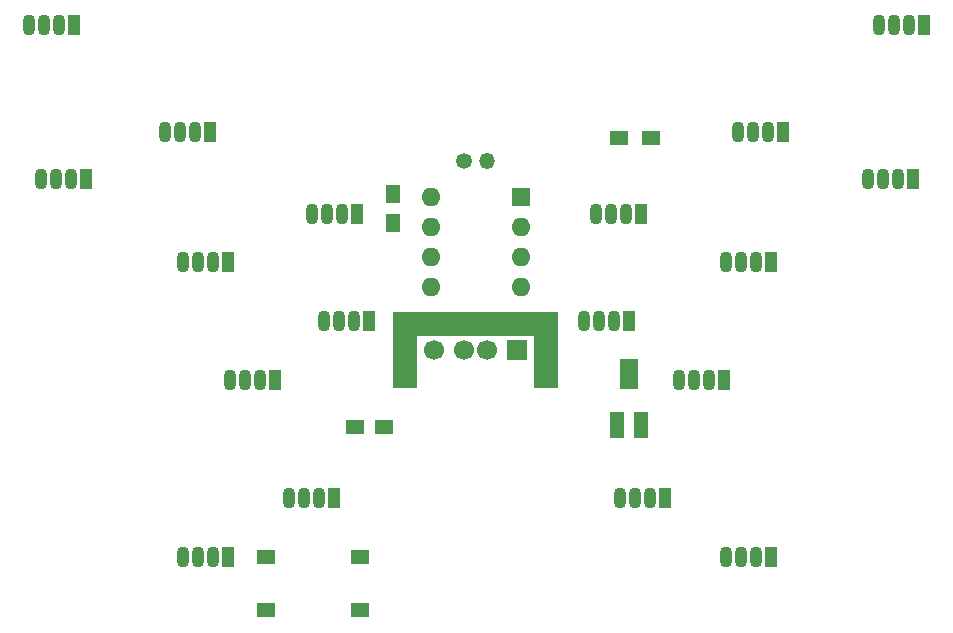
<source format=gts>
G04 #@! TF.FileFunction,Soldermask,Top*
%FSLAX46Y46*%
G04 Gerber Fmt 4.6, Leading zero omitted, Abs format (unit mm)*
G04 Created by KiCad (PCBNEW 4.0.7) date Wednesday, February 21, 2018 'PMt' 12:28:49 PM*
%MOMM*%
%LPD*%
G01*
G04 APERTURE LIST*
%ADD10C,0.100000*%
%ADD11R,1.700000X1.700000*%
%ADD12C,1.700000*%
%ADD13R,14.000000X2.000000*%
%ADD14R,2.000000X6.500000*%
%ADD15R,1.500000X1.300000*%
%ADD16R,1.250000X1.500000*%
%ADD17R,1.500000X1.250000*%
%ADD18R,1.070000X1.800000*%
%ADD19O,1.070000X1.800000*%
%ADD20C,1.350000*%
%ADD21O,1.350000X1.350000*%
%ADD22R,1.600000X1.600000*%
%ADD23O,1.600000X1.600000*%
%ADD24R,1.600000X2.500000*%
%ADD25R,1.200000X2.200000*%
%ADD26R,1.550000X1.300000*%
G04 APERTURE END LIST*
D10*
D11*
X103553006Y-110225640D03*
D12*
X101053006Y-110225640D03*
X99053006Y-110225640D03*
X96553006Y-110225640D03*
D13*
X100053006Y-107975640D03*
D14*
X94053006Y-110225640D03*
X106053006Y-110225640D03*
D15*
X114903006Y-92225640D03*
X112203006Y-92225640D03*
D16*
X93053006Y-96975640D03*
X93053006Y-99475640D03*
D17*
X92303006Y-116725640D03*
X89803006Y-116725640D03*
D18*
X114053006Y-98725640D03*
D19*
X112783006Y-98725640D03*
X111513006Y-98725640D03*
X110243006Y-98725640D03*
D18*
X126053006Y-91725640D03*
D19*
X124783006Y-91725640D03*
X123513006Y-91725640D03*
X122243006Y-91725640D03*
D18*
X138053006Y-82725640D03*
D19*
X136783006Y-82725640D03*
X135513006Y-82725640D03*
X134243006Y-82725640D03*
D18*
X113053006Y-107725640D03*
D19*
X111783006Y-107725640D03*
X110513006Y-107725640D03*
X109243006Y-107725640D03*
D18*
X125053006Y-102725640D03*
D19*
X123783006Y-102725640D03*
X122513006Y-102725640D03*
X121243006Y-102725640D03*
D18*
X137053006Y-95725640D03*
D19*
X135783006Y-95725640D03*
X134513006Y-95725640D03*
X133243006Y-95725640D03*
D18*
X121053006Y-112725640D03*
D19*
X119783006Y-112725640D03*
X118513006Y-112725640D03*
X117243006Y-112725640D03*
D18*
X125053006Y-127725640D03*
D19*
X123783006Y-127725640D03*
X122513006Y-127725640D03*
X121243006Y-127725640D03*
D18*
X116053006Y-122725640D03*
D19*
X114783006Y-122725640D03*
X113513006Y-122725640D03*
X112243006Y-122725640D03*
D18*
X90053006Y-98725640D03*
D19*
X88783006Y-98725640D03*
X87513006Y-98725640D03*
X86243006Y-98725640D03*
D18*
X77553006Y-91725640D03*
D19*
X76283006Y-91725640D03*
X75013006Y-91725640D03*
X73743006Y-91725640D03*
D18*
X66053006Y-82725640D03*
D19*
X64783006Y-82725640D03*
X63513006Y-82725640D03*
X62243006Y-82725640D03*
D18*
X91053006Y-107725640D03*
D19*
X89783006Y-107725640D03*
X88513006Y-107725640D03*
X87243006Y-107725640D03*
D18*
X79053006Y-102725640D03*
D19*
X77783006Y-102725640D03*
X76513006Y-102725640D03*
X75243006Y-102725640D03*
D18*
X67053006Y-95725640D03*
D19*
X65783006Y-95725640D03*
X64513006Y-95725640D03*
X63243006Y-95725640D03*
D18*
X83053006Y-112725640D03*
D19*
X81783006Y-112725640D03*
X80513006Y-112725640D03*
X79243006Y-112725640D03*
D18*
X79053006Y-127725640D03*
D19*
X77783006Y-127725640D03*
X76513006Y-127725640D03*
X75243006Y-127725640D03*
D18*
X88053006Y-122725640D03*
D19*
X86783006Y-122725640D03*
X85513006Y-122725640D03*
X84243006Y-122725640D03*
D20*
X99053006Y-94225640D03*
D21*
X101053006Y-94225640D03*
D22*
X103863006Y-97225640D03*
D23*
X96243006Y-104845640D03*
X103863006Y-99765640D03*
X96243006Y-102305640D03*
X103863006Y-102305640D03*
X96243006Y-99765640D03*
X103863006Y-104845640D03*
X96243006Y-97225640D03*
D24*
X113053006Y-112275640D03*
D25*
X112053006Y-116525640D03*
X114053006Y-116525640D03*
D26*
X82275000Y-127750000D03*
X90225000Y-127750000D03*
X82275000Y-132250000D03*
X90225000Y-132250000D03*
M02*

</source>
